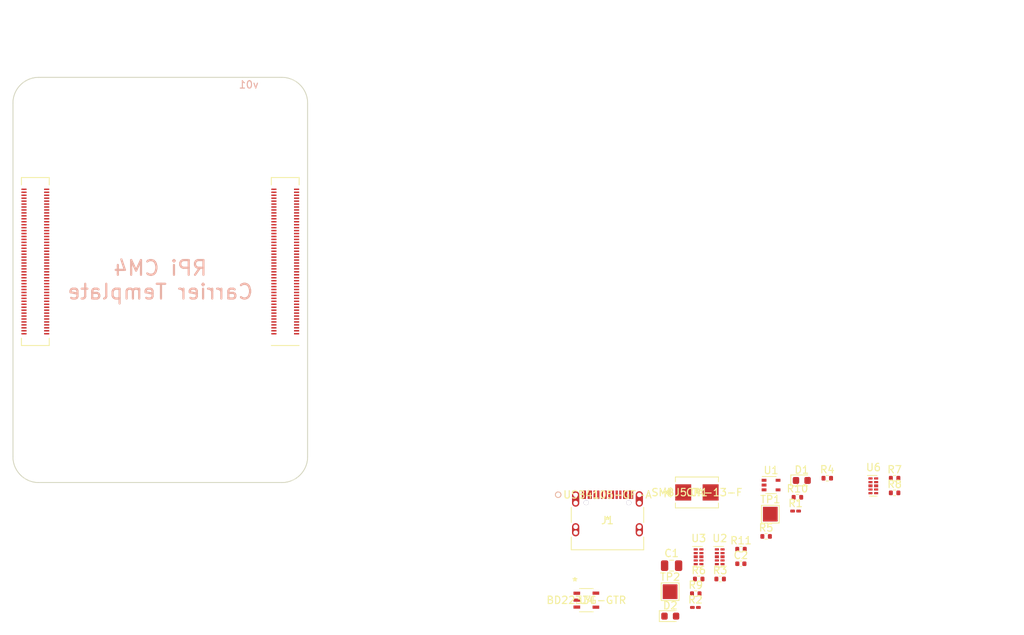
<source format=kicad_pcb>
(kicad_pcb (version 20211014) (generator pcbnew)
  (title_block (title "Raspberry Pi Compute Module 4 Carrier Template") (date "2020-10-31") (rev "v01") (comment 2 "creativecommons.org/licenses/by/4.0/") (comment 3 "License: CC BY 4.0") (comment 4 "Author: Shawn Hymel"))
  (layers (0 "F.Cu" signal) (31 "B.Cu" signal) (34 "B.Paste" user) (35 "F.Paste" user) (36 "B.SilkS" user "B.Silkscreen") (37 "F.SilkS" user "F.Silkscreen") (38 "B.Mask" user) (39 "F.Mask" user) (44 "Edge.Cuts" user))
  (net 0 "")
  (net 1 "/CM4 GPIO/SD_PWR")
  (net 2 "GND")
  (net 3 "Net-(C2-Pad1)")
  (net 4 "+5V")
  (net 5 "Net-(D1-Pad1)")
  (net 6 "/CM4 GPIO/+3.3v")
  (net 7 "Net-(D2-Pad1)")
  (net 9 "Net-(R1-Pad1)")
  (net 15 "Net-(R2-Pad1)")
  (net 31 "/CM4 GPIO/nLED_Activity")
  (net 76 "+3.3V")
  (net 77 "+1.8V")
  (net 83 "/CM4 GPIO/nPWR_LED")
  (net 158 "Net-(R4-Pad2)")
  (net 159 "Net-(J2-Pad10)")
  (net 160 "/CM4 GPIO/Reserved")
  (net 161 "Net-(J2-Pad9)")
  (net 162 "Net-(J4-Pad1)")
  (net 163 "/CM4 High Speed/USBOTG")
  (net 164 "Net-(R9-Pad1)")
  (net 165 "/CM4 GPIO/ETH_LEDG")
  (net 166 "Net-(R10-Pad1)")
  (net 167 "/CM4 GPIO/ETH_LEDY")
  (net 168 "/CM4 GPIO/SD_PWR_ON")
  (net 169 "/CM4 GPIO/TRD3_P")
  (net 170 "/CM4 GPIO/TRD3_N")
  (net 171 "/CM4 GPIO/TRD2_N")
  (net 172 "/CM4 GPIO/TRD2_P")
  (net 173 "/CM4 GPIO/TRD1_P")
  (net 174 "/CM4 GPIO/TRD1_N")
  (net 175 "/CM4 GPIO/TRD0_N")
  (net 176 "/CM4 GPIO/TRD0_P")
  (net 178 "Net-(U6-Pad1)")
  (net 179 "Net-(U6-Pad2)")
  (net 180 "/CM4 High Speed/USBD_N")
  (net 181 "/CM4 High Speed/USBD_P")
  (footprint "SMBJ5.0A-13-F:SMBJ5.0A-13-F" (layer "F.Cu") (at 219.338001 134.84)
    (fp_text reference "CR1" (at 0 0) (layer "F.SilkS"))
    (fp_text value "SMBJ5.0A-13-F" (at 0 0) (layer "F.SilkS"))
    (fp_text user "*" (at 0 0) (layer "F.SilkS"))
    (fp_line (start 2.922001 2.097) (end 2.922001 1.43774) (layer "F.SilkS") (width 0.12))
    (fp_line (start -2.922001 1.43774) (end -2.922001 2.097) (layer "F.SilkS") (width 0.12))
    (fp_line (start -4.319001 0) (end -3.557001 -0.254) (layer "F.SilkS") (width 0.12))
    (fp_line (start -4.319001 0) (end -3.557001 -0.635) (layer "F.SilkS") (width 0.12))
    (fp_line (start -4.319001 0) (end -3.557001 -0.508) (layer "F.SilkS") (width 0.12))
    (fp_line (start -4.319001 -0.635) (end -4.319001 0.635) (layer "F.SilkS") (width 0.12))
    (fp_line (start -4.319001 0) (end -3.557001 0.127) (layer "F.SilkS") (width 0.12))
    (fp_line (start -4.319001 0) (end -3.557001 0.254) (layer "F.SilkS") (width 0.12))
    (fp_line (start -4.319001 0) (end -3.557001 0.508) (layer "F.SilkS") (width 0.12))
    (fp_line (start -4.319001 0) (end -3.557001 0.381) (layer "F.SilkS") (width 0.12))
    (fp_line (start -2.922001 2.097) (end 2.922001 2.097) (layer "F.SilkS") (width 0.12))
    (fp_line (start -4.319001 0) (end -3.557001 -0.381) (layer "F.SilkS") (width 0.12))
    (fp_line (start -2.922001 -2.097) (end -2.922001 -1.43774) (layer "F.SilkS") (width 0.12))
    (fp_line (start 2.922001 -2.097) (end -2.922001 -2.097) (layer "F.SilkS") (width 0.12))
    (fp_line (start -3.303001 0) (end -4.573001 0) (layer "F.SilkS") (width 0.12))
    (fp_line (start -4.319001 0) (end -3.557001 -0.127) (layer "F.SilkS") (width 0.12))
    (fp_line (start 2.922001 -1.43774) (end 2.922001 -2.097) (layer "F.SilkS") (width 0.12))
    (fp_line (start -3.557001 -0.635) (end -3.557001 0.635) (layer "F.SilkS") (width 0.12))
    (fp_line (start -4.319001 0) (end -3.557001 0.635) (layer "F.SilkS") (width 0.12))
    (pad "1" smd rect locked (at -1.86 0 90) (size 2.21 2.169999) (layers "F.Cu" "F.Paste" "F.Mask") (net 4 "+5V"))
    (pad "2" smd rect locked (at 1.86 0 90) (size 2.21 2.169999) (layers "F.Cu" "F.Paste" "F.Mask") (net 2 "GND"))
  )
  (footprint "Resistor_SMD:R_0402_1005Metric" (layer "F.Cu") (at 232.98 135.5)
    (fp_text reference "R10" (at 0 -1.17) (layer "F.SilkS"))
    (fp_text value "470R")
    (fp_line (start -0.153641 0.38) (end 0.153641 0.38) (layer "F.SilkS") (width 0.12))
    (fp_line (start -0.153641 -0.38) (end 0.153641 -0.38) (layer "F.SilkS") (width 0.12))
    (pad "1" smd roundrect (at -0.51 0) (size 0.54 0.64) (layers "F.Cu" "F.Paste" "F.Mask") (net 166 "Net-(R10-Pad1)"))
    (pad "2" smd roundrect (at 0.51 0) (size 0.54 0.64) (layers "F.Cu" "F.Paste" "F.Mask") (net 167 "/CM4 GPIO/ETH_LEDY"))
  )
  (footprint "Resistor_SMD:R_0402_1005Metric" (layer "F.Cu") (at 228.73 140.81)
    (fp_text reference "R5" (at 0 -1.17) (layer "F.SilkS"))
    (fp_text value "nf")
    (fp_line (start -0.153641 0.38) (end 0.153641 0.38) (layer "F.SilkS") (width 0.12))
    (fp_line (start -0.153641 -0.38) (end 0.153641 -0.38) (layer "F.SilkS") (width 0.12))
    (pad "1" smd roundrect (at -0.51 0) (size 0.54 0.64) (layers "F.Cu" "F.Paste" "F.Mask") (net 6 "/CM4 GPIO/+3.3v"))
    (pad "2" smd roundrect (at 0.51 0) (size 0.54 0.64) (layers "F.Cu" "F.Paste" "F.Mask") (net 159 "Net-(J2-Pad10)"))
  )
  (footprint "Resistor_SMD:R_0402_1005Metric" (layer "F.Cu") (at 237.03 132.91)
    (fp_text reference "R4" (at 0 -1.17) (layer "F.SilkS"))
    (fp_text value "1k")
    (fp_line (start -0.153641 -0.38) (end 0.153641 -0.38) (layer "F.SilkS") (width 0.12))
    (fp_line (start -0.153641 0.38) (end 0.153641 0.38) (layer "F.SilkS") (width 0.12))
    (pad "1" smd roundrect (at -0.51 0) (size 0.54 0.64) (layers "F.Cu" "F.Paste" "F.Mask") (net 7 "Net-(D2-Pad1)"))
    (pad "2" smd roundrect (at 0.51 0) (size 0.54 0.64) (layers "F.Cu" "F.Paste" "F.Mask") (net 158 "Net-(R4-Pad2)"))
  )
  (footprint "BD2233G-GTR:BD2233G-GTR" (layer "F.Cu") (at 204.3314 149.4638)
    (fp_text reference "U4" (at 0 0) (layer "F.SilkS"))
    (fp_text value "BD2233G-GTR" (at 0 0) (layer "F.SilkS"))
    (fp_text user "*" (at -1.5494 -2.5146) (layer "F.SilkS"))
    (fp_text user "*" (at -1.5494 -2.5146) (layer "F.SilkS"))
    (fp_line (start 0.9271 -1.5748) (end -0.9271 -1.5748) (layer "F.SilkS") (width 0.12))
    (fp_line (start 0.9271 0.40386) (end 0.9271 -0.40386) (layer "F.SilkS") (width 0.12))
    (fp_line (start -0.9271 1.5748) (end 0.9271 1.5748) (layer "F.SilkS") (width 0.12))
    (pad "1" smd rect locked (at -1.2954 -0.9398) (size 0.903199 0.4318) (layers "F.Cu" "F.Paste" "F.Mask") (net 6 "/CM4 GPIO/+3.3v"))
    (pad "2" smd rect locked (at -1.2954 0) (size 0.903199 0.4318) (layers "F.Cu" "F.Paste" "F.Mask") (net 2 "GND"))
    (pad "3" smd rect locked (at -1.2954 0.9398) (size 0.903199 0.4318) (layers "F.Cu" "F.Paste" "F.Mask") (net 168 "/CM4 GPIO/SD_PWR_ON"))
    (pad "4" smd rect locked (at 1.2954 0.9525) (size 0.903199 0.4318) (layers "F.Cu" "F.Paste" "F.Mask"))
    (pad "5" smd rect locked (at 1.2954 -0.9525) (size 0.903199 0.4318) (layers "F.Cu" "F.Paste" "F.Mask") (net 1 "/CM4 GPIO/SD_PWR"))
  )
  (footprint "Package_SON:USON-10_2.5x1.0mm_P0.5mm" (layer "F.Cu") (at 243.28 133.94)
    (fp_text reference "U6" (at 0.01829 -2.5) (layer "F.SilkS"))
    (fp_text value "D3V3F4U10LP-7")
    (fp_line (start 0.5 1.4) (end -0.5 1.4) (layer "F.SilkS") (width 0.12))
    (fp_line (start 0.5 -1.4) (end -0.8 -1.4) (layer "F.SilkS") (width 0.12))
    (pad "1" smd rect (at -0.385 -1 270) (size 0.3 0.55) (layers "F.Cu" "F.Paste" "F.Mask") (net 178 "Net-(U6-Pad1)"))
    (pad "2" smd rect (at -0.385 -0.5 270) (size 0.3 0.55) (layers "F.Cu" "F.Paste" "F.Mask") (net 179 "Net-(U6-Pad2)"))
    (pad "3" smd rect (at -0.385 0 270) (size 0.4 0.55) (layers "F.Cu" "F.Paste" "F.Mask") (net 2 "GND"))
    (pad "4" smd rect (at -0.385 0.5 270) (size 0.3 0.55) (layers "F.Cu" "F.Paste" "F.Mask") (net 180 "/CM4 High Speed/USBD_N"))
    (pad "5" smd rect (at -0.385 1 270) (size 0.3 0.55) (layers "F.Cu" "F.Paste" "F.Mask") (net 181 "/CM4 High Speed/USBD_P"))
    (pad "6" smd rect (at 0.385 1 270) (size 0.3 0.55) (layers "F.Cu" "F.Paste" "F.Mask") (net 181 "/CM4 High Speed/USBD_P"))
    (pad "7" smd rect (at 0.385 0.5 270) (size 0.3 0.55) (layers "F.Cu" "F.Paste" "F.Mask") (net 180 "/CM4 High Speed/USBD_N"))
    (pad "8" smd rect (at 0.385 0 270) (size 0.4 0.55) (layers "F.Cu" "F.Paste" "F.Mask") (net 2 "GND"))
    (pad "9" smd rect (at 0.385 -0.5 270) (size 0.3 0.55) (layers "F.Cu" "F.Paste" "F.Mask") (net 179 "Net-(U6-Pad2)"))
    (pad "10" smd rect (at 0.385 -1 270) (size 0.3 0.55) (layers "F.Cu" "F.Paste" "F.Mask") (net 178 "Net-(U6-Pad1)"))
  )
  (footprint "TestPoint:TestPoint_Pad_2.0x2.0mm" (layer "F.Cu") (at 229.3 137.79)
    (fp_text reference "TP1" (at 0 -1.998) (layer "F.SilkS"))
    (fp_text value "TestPoint")
    (fp_line (start 1.2 1.2) (end -1.2 1.2) (layer "F.SilkS") (width 0.12))
    (fp_line (start -1.2 1.2) (end -1.2 -1.2) (layer "F.SilkS") (width 0.12))
    (fp_line (start 1.2 -1.2) (end 1.2 1.2) (layer "F.SilkS") (width 0.12))
    (fp_line (start -1.2 -1.2) (end 1.2 -1.2) (layer "F.SilkS") (width 0.12))
    (pad "1" smd rect (at 0 0) (size 2 2) (layers "F.Cu" "F.Mask") (net 5 "Net-(D1-Pad1)"))
  )
  (footprint "Capacitor_SMD:C_0402_1005Metric" (layer "F.Cu") (at 225.3 144.52)
    (fp_text reference "C2" (at 0 -1.16) (layer "F.SilkS"))
    (fp_text value "100n")
    (fp_line (start -0.107836 -0.36) (end 0.107836 -0.36) (layer "F.SilkS") (width 0.12))
    (fp_line (start -0.107836 0.36) (end 0.107836 0.36) (layer "F.SilkS") (width 0.12))
    (pad "1" smd roundrect (at -0.48 0) (size 0.56 0.62) (layers "F.Cu" "F.Paste" "F.Mask") (net 3 "Net-(C2-Pad1)"))
    (pad "2" smd roundrect (at 0.48 0) (size 0.56 0.62) (layers "F.Cu" "F.Paste" "F.Mask") (net 2 "GND"))
  )
  (footprint "LED_SMD:LED_0603_1608Metric" (layer "F.Cu") (at 215.72 151.63)
    (fp_text reference "D2" (at 0 -1.43) (layer "F.SilkS"))
    (fp_text value "LED Red")
    (fp_line (start -1.485 -0.735) (end -1.485 0.735) (layer "F.SilkS") (width 0.12))
    (fp_line (start -1.485 0.735) (end 0.8 0.735) (layer "F.SilkS") (width 0.12))
    (fp_line (start 0.8 -0.735) (end -1.485 -0.735) (layer "F.SilkS") (width 0.12))
    (pad "1" smd roundrect (at -0.7875 0) (size 0.875 0.95) (layers "F.Cu" "F.Paste" "F.Mask") (net 7 "Net-(D2-Pad1)"))
    (pad "2" smd roundrect (at 0.7875 0) (size 0.875 0.95) (layers "F.Cu" "F.Paste" "F.Mask") (net 6 "/CM4 GPIO/+3.3v"))
  )
  (footprint "Resistor_SMD:R_0201_0603Metric_Pad0.64x0.40mm_HandSolder" (layer "F.Cu") (at 219.13 150.45)
    (fp_text reference "R2" (at 0 -1.05) (layer "F.SilkS"))
    (fp_text value "5.1k")
    (pad "1" smd roundrect (at -0.4075 0) (size 0.635 0.4) (layers "F.Cu" "F.Mask") (net 15 "Net-(R2-Pad1)"))
    (pad "2" smd roundrect (at 0.4075 0) (size 0.635 0.4) (layers "F.Cu" "F.Mask") (net 2 "GND"))
  )
  (footprint "Resistor_SMD:R_0201_0603Metric_Pad0.64x0.40mm_HandSolder" (layer "F.Cu") (at 232.73 137.37)
    (fp_text reference "R1" (at 0 -1.05) (layer "F.SilkS"))
    (fp_text value "5.1k")
    (pad "1" smd roundrect (at -0.4075 0) (size 0.635 0.4) (layers "F.Cu" "F.Mask") (net 9 "Net-(R1-Pad1)"))
    (pad "2" smd roundrect (at 0.4075 0) (size 0.635 0.4) (layers "F.Cu" "F.Mask") (net 2 "GND"))
  )
  (footprint "Package_TO_SOT_SMD:SOT-353_SC-70-5" (layer "F.Cu") (at 229.4 133.84)
    (fp_text reference "U1" (at 0 -2) (layer "F.SilkS"))
    (fp_text value "74LVC1G07QW5-7")
    (fp_line (start -0.7 1.16) (end 0.7 1.16) (layer "F.SilkS") (width 0.12))
    (fp_line (start 0.7 -1.16) (end -1.2 -1.16) (layer "F.SilkS") (width 0.12))
    (pad "1" smd rect (at -0.95 -0.65) (size 0.65 0.4) (layers "F.Cu" "F.Paste" "F.Mask"))
    (pad "2" smd rect (at -0.95 0) (size 0.65 0.4) (layers "F.Cu" "F.Paste" "F.Mask") (net 83 "/CM4 GPIO/nPWR_LED"))
    (pad "3" smd rect (at -0.95 0.65) (size 0.65 0.4) (layers "F.Cu" "F.Paste" "F.Mask") (net 2 "GND"))
    (pad "4" smd rect (at 0.95 0.65) (size 0.65 0.4) (layers "F.Cu" "F.Paste" "F.Mask") (net 158 "Net-(R4-Pad2)"))
    (pad "5" smd rect (at 0.95 -0.65) (size 0.65 0.4) (layers "F.Cu" "F.Paste" "F.Mask") (net 6 "/CM4 GPIO/+3.3v"))
  )
  (footprint "Resistor_SMD:R_0402_1005Metric" (layer "F.Cu") (at 225.32 142.54)
    (fp_text reference "R11" (at 0 -1.17) (layer "F.SilkS"))
    (fp_text value "12K 1%")
    (fp_line (start -0.153641 0.38) (end 0.153641 0.38) (layer "F.SilkS") (width 0.12))
    (fp_line (start -0.153641 -0.38) (end 0.153641 -0.38) (layer "F.SilkS") (width 0.12))
    (pad "1" smd roundrect (at -0.51 0) (size 0.54 0.64) (layers "F.Cu" "F.Paste" "F.Mask") (net 6 "/CM4 GPIO/+3.3v"))
    (pad "2" smd roundrect (at 0.51 0) (size 0.54 0.64) (layers "F.Cu" "F.Paste" "F.Mask") (net 168 "/CM4 GPIO/SD_PWR_ON"))
  )
  (footprint "Resistor_SMD:R_0402_1005Metric" (layer "F.Cu") (at 219.58 146.59)
    (fp_text reference "R6" (at 0 -1.17) (layer "F.SilkS"))
    (fp_text value "nf")
    (fp_line (start -0.153641 -0.38) (end 0.153641 -0.38) (layer "F.SilkS") (width 0.12))
    (fp_line (start -0.153641 0.38) (end 0.153641 0.38) (layer "F.SilkS") (width 0.12))
    (pad "1" smd roundrect (at -0.51 0) (size 0.54 0.64) (layers "F.Cu" "F.Paste" "F.Mask") (net 160 "/CM4 GPIO/Reserved"))
    (pad "2" smd roundrect (at 0.51 0) (size 0.54 0.64) (layers "F.Cu" "F.Paste" "F.Mask") (net 161 "Net-(J2-Pad9)"))
  )
  (footprint "Package_SON:USON-10_2.5x1.0mm_P0.5mm" (layer "F.Cu") (at 222.43 143.57)
    (fp_text reference "U2" (at 0.01829 -2.5) (layer "F.SilkS"))
    (fp_text value "TPD4EUSB30")
    (fp_line (start 0.5 -1.4) (end -0.8 -1.4) (layer "F.SilkS") (width 0.12))
    (fp_line (start 0.5 1.4) (end -0.5 1.4) (layer "F.SilkS") (width 0.12))
    (pad "1" smd rect (at -0.385 -1 270) (size 0.3 0.55) (layers "F.Cu" "F.Paste" "F.Mask") (net 169 "/CM4 GPIO/TRD3_P"))
    (pad "2" smd rect (at -0.385 -0.5 270) (size 0.3 0.55) (layers "F.Cu" "F.Paste" "F.Mask") (net 170 "/CM4 GPIO/TRD3_N"))
    (pad "3" smd rect (at -0.385 0 270) (size 0.4 0.55) (layers "F.Cu" "F.Paste" "F.Mask") (net 2 "GND"))
    (pad "4" smd rect (at -0.385 0.5 270) (size 0.3 0.55) (layers "F.Cu" "F.Paste" "F.Mask") (net 171 "/CM4 GPIO/TRD2_N"))
    (pad "5" smd rect (at -0.385 1 270) (size 0.3 0.55) (layers "F.Cu" "F.Paste" "F.Mask") (net 172 "/CM4 GPIO/TRD2_P"))
    (pad "6" smd rect (at 0.385 1 270) (size 0.3 0.55) (layers "F.Cu" "F.Paste" "F.Mask") (net 172 "/CM4 GPIO/TRD2_P"))
    (pad "7" smd rect (at 0.385 0.5 270) (size 0.3 0.55) (layers "F.Cu" "F.Paste" "F.Mask") (net 171 "/CM4 GPIO/TRD2_N"))
    (pad "8" smd rect (at 0.385 0 270) (size 0.4 0.55) (layers "F.Cu" "F.Paste" "F.Mask") (net 2 "GND"))
    (pad "9" smd rect (at 0.385 -0.5 270) (size 0.3 0.55) (layers "F.Cu" "F.Paste" "F.Mask") (net 170 "/CM4 GPIO/TRD3_N"))
    (pad "10" smd rect (at 0.385 -1 270) (size 0.3 0.55) (layers "F.Cu" "F.Paste" "F.Mask") (net 169 "/CM4 GPIO/TRD3_P"))
  )
  (footprint "Capacitor_SMD:C_0805_2012Metric" (layer "F.Cu") (at 215.9 144.78)
    (fp_text reference "C1" (at 0 -1.68) (layer "F.SilkS"))
    (fp_text value "10u")
    (fp_line (start -0.261252 0.735) (end 0.261252 0.735) (layer "F.SilkS") (width 0.12))
    (fp_line (start -0.261252 -0.735) (end 0.261252 -0.735) (layer "F.SilkS") (width 0.12))
    (pad "1" smd roundrect (at -0.95 0) (size 1 1.45) (layers "F.Cu" "F.Paste" "F.Mask") (net 1 "/CM4 GPIO/SD_PWR"))
    (pad "2" smd roundrect (at 0.95 0) (size 1 1.45) (layers "F.Cu" "F.Paste" "F.Mask") (net 2 "GND"))
  )
  (footprint "Resistor_SMD:R_0402_1005Metric" (layer "F.Cu") (at 246.17 134.9)
    (fp_text reference "R8" (at 0 -1.17) (layer "F.SilkS"))
    (fp_text value "2.2K 1%")
    (fp_line (start -0.153641 0.38) (end 0.153641 0.38) (layer "F.SilkS") (width 0.12))
    (fp_line (start -0.153641 -0.38) (end 0.153641 -0.38) (layer "F.SilkS") (width 0.12))
    (pad "1" smd roundrect (at -0.51 0) (size 0.54 0.64) (layers "F.Cu" "F.Paste" "F.Mask") (net 163 "/CM4 High Speed/USBOTG"))
    (pad "2" smd roundrect (at 0.51 0) (size 0.54 0.64) (layers "F.Cu" "F.Paste" "F.Mask") (net 2 "GND"))
  )
  (footprint "Resistor_SMD:R_0402_1005Metric" (layer "F.Cu") (at 219.18 148.58)
    (fp_text reference "R9" (at 0 -1.17) (layer "F.SilkS"))
    (fp_text value "470R")
    (fp_line (start -0.153641 -0.38) (end 0.153641 -0.38) (layer "F.SilkS") (width 0.12))
    (fp_line (start -0.153641 0.38) (end 0.153641 0.38) (layer "F.SilkS") (width 0.12))
    (pad "1" smd roundrect (at -0.51 0) (size 0.54 0.64) (layers "F.Cu" "F.Paste" "F.Mask") (net 164 "Net-(R9-Pad1)"))
    (pad "2" smd roundrect (at 0.51 0) (size 0.54 0.64) (layers "F.Cu" "F.Paste" "F.Mask") (net 165 "/CM4 GPIO/ETH_LEDG"))
  )
  (footprint "Package_SON:USON-10_2.5x1.0mm_P0.5mm" (layer "F.Cu") (at 219.56 143.57)
    (fp_text reference "U3" (at 0.01829 -2.5) (layer "F.SilkS"))
    (fp_text value "D3V3F4U10LP-7")
    (fp_line (start 0.5 1.4) (end -0.5 1.4) (layer "F.SilkS") (width 0.12))
    (fp_line (start 0.5 -1.4) (end -0.8 -1.4) (layer "F.SilkS") (width 0.12))
    (pad "1" smd rect (at -0.385 -1 270) (size 0.3 0.55) (layers "F.Cu" "F.Paste" "F.Mask") (net 173 "/CM4 GPIO/TRD1_P"))
    (pad "2" smd rect (at -0.385 -0.5 270) (size 0.3 0.55) (layers "F.Cu" "F.Paste" "F.Mask") (net 174 "/CM4 GPIO/TRD1_N"))
    (pad "3" smd rect (at -0.385 0 270) (size 0.4 0.55) (layers "F.Cu" "F.Paste" "F.Mask") (net 2 "GND"))
    (pad "4" smd rect (at -0.385 0.5 270) (size 0.3 0.55) (layers "F.Cu" "F.Paste" "F.Mask") (net 175 "/CM4 GPIO/TRD0_N"))
    (pad "5" smd rect (at -0.385 1 270) (size 0.3 0.55) (layers "F.Cu" "F.Paste" "F.Mask") (net 176 "/CM4 GPIO/TRD0_P"))
    (pad "6" smd rect (at 0.385 1 270) (size 0.3 0.55) (layers "F.Cu" "F.Paste" "F.Mask") (net 176 "/CM4 GPIO/TRD0_P"))
    (pad "7" smd rect (at 0.385 0.5 270) (size 0.3 0.55) (layers "F.Cu" "F.Paste" "F.Mask") (net 175 "/CM4 GPIO/TRD0_N"))
    (pad "8" smd rect (at 0.385 0 270) (size 0.4 0.55) (layers "F.Cu" "F.Paste" "F.Mask") (net 2 "GND"))
    (pad "9" smd rect (at 0.385 -0.5 270) (size 0.3 0.55) (layers "F.Cu" "F.Paste" "F.Mask") (net 174 "/CM4 GPIO/TRD1_N"))
    (pad "10" smd rect (at 0.385 -1 270) (size 0.3 0.55) (layers "F.Cu" "F.Paste" "F.Mask") (net 173 "/CM4 GPIO/TRD1_P"))
  )
  (footprint "Resistor_SMD:R_0402_1005Metric" (layer "F.Cu") (at 246.17 132.91)
    (fp_text reference "R7" (at 0 -1.17) (layer "F.SilkS"))
    (fp_text value "2.2K 1%")
    (fp_line (start -0.153641 0.38) (end 0.153641 0.38) (layer "F.SilkS") (width 0.12))
    (fp_line (start -0.153641 -0.38) (end 0.153641 -0.38) (layer "F.SilkS") (width 0.12))
    (pad "1" smd roundrect (at -0.51 0) (size 0.54 0.64) (layers "F.Cu" "F.Paste" "F.Mask") (net 162 "Net-(J4-Pad1)"))
    (pad "2" smd roundrect (at 0.51 0) (size 0.54 0.64) (layers "F.Cu" "F.Paste" "F.Mask") (net 163 "/CM4 High Speed/USBOTG"))
  )
  (footprint "LED_SMD:LED_0603_1608Metric" (layer "F.Cu") (at 233.57 133.21)
    (fp_text reference "D1" (at 0 -1.43) (layer "F.SilkS"))
    (fp_text value "LED Green")
    (fp_line (start 0.8 -0.735) (end -1.485 -0.735) (layer "F.SilkS") (width 0.12))
    (fp_line (start -1.485 -0.735) (end -1.485 0.735) (layer "F.SilkS") (width 0.12))
    (fp_line (start -1.485 0.735) (end 0.8 0.735) (layer "F.SilkS") (width 0.12))
    (pad "1" smd roundrect (at -0.7875 0) (size 0.875 0.95) (layers "F.Cu" "F.Paste" "F.Mask") (net 5 "Net-(D1-Pad1)"))
    (pad "2" smd roundrect (at 0.7875 0) (size 0.875 0.95) (layers "F.Cu" "F.Paste" "F.Mask") (net 6 "/CM4 GPIO/+3.3v"))
  )
  (footprint "Resistor_SMD:R_0402_1005Metric" (layer "F.Cu") (at 222.49 146.59)
    (fp_text reference "R3" (at 0 -1.17) (layer "F.SilkS"))
    (fp_text value "1k")
    (fp_line (start -0.153641 -0.38) (end 0.153641 -0.38) (layer "F.SilkS") (width 0.12))
    (fp_line (start -0.153641 0.38) (end 0.153641 0.38) (layer "F.SilkS") (width 0.12))
    (pad "1" smd roundrect (at -0.51 0) (size 0.54 0.64) (layers "F.Cu" "F.Paste" "F.Mask") (net 5 "Net-(D1-Pad1)"))
    (pad "2" smd roundrect (at 0.51 0) (size 0.54 0.64) (layers "F.Cu" "F.Paste" "F.Mask") (net 31 "/CM4 GPIO/nLED_Activity"))
  )
  (footprint "CM4IO:Raspberry-Pi-4-Compute-Module" (layer "F.Cu") (at 163 82 180)
    (fp_text reference "Module1" hide)
    (fp_text value "ComputeModule4-CM4")
    (fp_line (start 31.57 -32.9) (end 31.57 -31.9) (layer "F.SilkS") (width 0.12))
    (fp_line (start 35.35 -10.1) (end 35.35 -11.1) (layer "F.SilkS") (width 0.12))
    (fp_line (start 1.43 -10.1) (end 1.43 -11.1) (layer "F.SilkS") (width 0.12))
    (fp_line (start -2.35 -10.1) (end -2.35 -11.1) (layer "F.SilkS") (width 0.12))
    (fp_line (start -3.5 -48) (end -3.5 0) (layer "F.SilkS") (width 0.12))
    (fp_line (start 31.57 -32.9) (end 35.35 -32.9) (layer "F.SilkS") (width 0.12))
    (fp_line (start -2.35 -32.9) (end 1.43 -32.9) (layer "F.SilkS") (width 0.12))
    (fp_line (start 31.57 -10.1) (end 31.57 -11.1) (layer "F.SilkS") (width 0.12))
    (fp_line (start 35.35 -32.9) (end 35.35 -31.9) (layer "F.SilkS") (width 0.12))
    (fp_line (start 31.57 -10.1) (end 35.35 -10.1) (layer "F.SilkS") (width 0.12))
    (fp_line (start 36.5 0) (end 36.5 -48) (layer "F.SilkS") (width 0.12))
    (fp_line (start -2.35 -10.1) (end 1.43 -10.1) (layer "F.SilkS") (width 0.12))
    (fp_line (start 0 3.5) (end 33 3.5) (layer "F.SilkS") (width 0.12))
    (fp_line (start 33 -51.5) (end 0 -51.5) (layer "F.SilkS") (width 0.12))
    (fp_arc (start 36.5 0) (mid 35.474874 2.474874) (end 33 3.5) (layer "F.SilkS") (width 0.12))
    (fp_arc (start -3.5 -48) (mid -2.474874 -50.474874) (end 0 -51.5) (layer "F.SilkS") (width 0.12))
    (fp_arc (start 0 3.5) (mid -2.474874 2.474874) (end -3.5 0) (layer "F.SilkS") (width 0.12))
    (fp_arc (start 33 -51.5) (mid 35.474874 -50.474874) (end 36.5 -48) (layer "F.SilkS") (width 0.12))
    (pad "" np_thru_hole circle locked (at 0 0 180) (size 2.7 2.7) (drill 2.7) (layers *.Cu *.Mask) (clearance 1.7))
    (pad "" np_thru_hole circle locked (at 33 -48 180) (size 2.7 2.7) (drill 2.7) (layers *.Cu *.Mask) (clearance 1.7))
    (pad "" np_thru_hole circle locked (at 33 0 180) (size 2.7 2.7) (drill 2.7) (layers *.Cu *.Mask) (clearance 1.7))
    (pad "" np_thru_hole circle locked (at 0 -48 180) (size 2.7 2.7) (drill 2.7) (layers *.Cu *.Mask) (clearance 1.7))
    (pad "1" smd rect locked (at -2 -31.3 90) (size 0.2 0.7) (layers "F.Cu" "F.Paste" "F.Mask") (net 2 "GND"))
    (pad "2" smd rect locked (at 1.08 -31.3 90) (size 0.2 0.7) (layers "F.Cu" "F.Paste" "F.Mask") (net 2 "GND"))
    (pad "3" smd rect locked (at -2 -30.9 90) (size 0.2 0.7) (layers "F.Cu" "F.Paste" "F.Mask"))
    (pad "4" smd rect locked (at 1.08 -30.9 90) (size 0.2 0.7) (layers "F.Cu" "F.Paste" "F.Mask"))
    (pad "5" smd rect locked (at -2 -30.5 90) (size 0.2 0.7) (layers "F.Cu" "F.Paste" "F.Mask"))
    (pad "6" smd rect locked (at 1.08 -30.5 90) (size 0.2 0.7) (layers "F.Cu" "F.Paste" "F.Mask"))
    (pad "7" smd rect locked (at -2 -30.1 90) (size 0.2 0.7) (layers "F.Cu" "F.Paste" "F.Mask") (net 2 "GND"))
    (pad "8" smd rect locked (at 1.08 -30.1 90) (size 0.2 0.7) (layers "F.Cu" "F.Paste" "F.Mask") (net 2 "GND"))
    (pad "9" smd rect locked (at -2 -29.7 90) (size 0.2 0.7) (layers "F.Cu" "F.Paste" "F.Mask"))
    (pad "10" smd rect locked (at 1.08 -29.7 90) (size 0.2 0.7) (layers "F.Cu" "F.Paste" "F.Mask"))
    (pad "11" smd rect locked (at -2 -29.3 90) (size 0.2 0.7) (layers "F.Cu" "F.Paste" "F.Mask"))
    (pad "12" smd rect locked (at 1.08 -29.3 90) (size 0.2 0.7) (layers "F.Cu" "F.Paste" "F.Mask"))
    (pad "13" smd rect locked (at -2 -28.9 90) (size 0.2 0.7) (layers "F.Cu" "F.Paste" "F.Mask") (net 2 "GND"))
    (pad "14" smd rect locked (at 1.08 -28.9 90) (size 0.2 0.7) (layers "F.Cu" "F.Paste" "F.Mask") (net 2 "GND"))
    (pad "15" smd rect locked (at -2 -28.5 90) (size 0.2 0.7) (layers "F.Cu" "F.Paste" "F.Mask"))
    (pad "16" smd rect locked (at 1.08 -28.5 90) (size 0.2 0.7) (layers "F.Cu" "F.Paste" "F.Mask"))
    (pad "17" smd rect locked (at -2 -28.1 90) (size 0.2 0.7) (layers "F.Cu" "F.Paste" "F.Mask"))
    (pad "18" smd rect locked (at 1.08 -28.1 90) (size 0.2 0.7) (layers "F.Cu" "F.Paste" "F.Mask"))
    (pad "19" smd rect locked (at -2 -27.7 90) (size 0.2 0.7) (layers "F.Cu" "F.Paste" "F.Mask"))
    (pad "20" smd rect locked (at 1.08 -27.7 90) (size 0.2 0.7) (layers "F.Cu" "F.Paste" "F.Mask"))
    (pad "21" smd rect locked (at -2 -27.3 90) (size 0.2 0.7) (layers "F.Cu" "F.Paste" "F.Mask") (net 31 "/CM4 GPIO/nLED_Activity"))
    (pad "22" smd rect locked (at 1.08 -27.3 90) (size 0.2 0.7) (layers "F.Cu" "F.Paste" "F.Mask") (net 2 "GND"))
    (pad "23" smd rect locked (at -2 -26.9 90) (size 0.2 0.7) (layers "F.Cu" "F.Paste" "F.Mask") (net 2 "GND"))
    (pad "24" smd rect locked (at 1.08 -26.9 90) (size 0.2 0.7) (layers "F.Cu" "F.Paste" "F.Mask"))
    (pad "25" smd rect locked (at -2 -26.5 90) (size 0.2 0.7) (layers "F.Cu" "F.Paste" "F.Mask"))
    (pad "26" smd rect locked (at 1.08 -26.5 90) (size 0.2 0.7) (layers "F.Cu" "F.Paste" "F.Mask"))
    (pad "27" smd rect locked (at -2 -26.1 90) (size 0.2 0.7) (layers "F.Cu" "F.Paste" "F.Mask"))
    (pad "28" smd rect locked (at 1.08 -26.1 90) (size 0.2 0.7) (layers "F.Cu" "F.Paste" "F.Mask"))
    (pad "29" smd rect locked (at -2 -25.7 90) (size 0.2 0.7) (layers "F.Cu" "F.Paste" "F.Mask"))
    (pad "30" smd rect locked (at 1.08 -25.7 90) (size 0.2 0.7) (layers "F.Cu" "F.Paste" "F.Mask"))
    (pad "31" smd rect locked (at -2 -25.3 90) (size 0.2 0.7) (layers "F.Cu" "F.Paste" "F.Mask"))
    (pad "32" smd rect locked (at 1.08 -25.3 90) (size 0.2 0.7) (layers "F.Cu" "F.Paste" "F.Mask") (net 2 "GND"))
    (pad "33" smd rect locked (at -2 -24.9 90) (size 0.2 0.7) (layers "F.Cu" "F.Paste" "F.Mask") (net 2 "GND"))
    (pad "34" smd rect locked (at 1.08 -24.9 90) (size 0.2 0.7) (layers "F.Cu" "F.Paste" "F.Mask"))
    (pad "35" smd rect locked (at -2 -24.5 90) (size 0.2 0.7) (layers "F.Cu" "F.Paste" "F.Mask"))
    (pad "36" smd rect locked (at 1.08 -24.5 90) (size 0.2 0.7) (layers "F.Cu" "F.Paste" "F.Mask"))
    (pad "37" smd rect locked (at -2 -24.1 90) (size 0.2 0.7) (layers "F.Cu" "F.Paste" "F.Mask"))
    (pad "38" smd rect locked (at 1.08 -24.1 90) (size 0.2 0.7) (layers "F.Cu" "F.Paste" "F.Mask"))
    (pad "39" smd rect locked (at -2 -23.7 90) (size 0.2 0.7) (layers "F.Cu" "F.Paste" "F.Mask"))
    (pad "40" smd rect locked (at 1.08 -23.7 90) (size 0.2 0.7) (layers "F.Cu" "F.Paste" "F.Mask"))
    (pad "41" smd rect locked (at -2 -23.3 90) (size 0.2 0.7) (layers "F.Cu" "F.Paste" "F.Mask"))
    (pad "42" smd rect locked (at 1.08 -23.3 90) (size 0.2 0.7) (layers "F.Cu" "F.Paste" "F.Mask") (net 2 "GND"))
    (pad "43" smd rect locked (at -2 -22.9 90) (size 0.2 0.7) (layers "F.Cu" "F.Paste" "F.Mask") (net 2 "GND"))
    (pad "44" smd rect locked (at 1.08 -22.9 90) (size 0.2 0.7) (layers "F.Cu" "F.Paste" "F.Mask"))
    (pad "45" smd rect locked (at -2 -22.5 90) (size 0.2 0.7) (layers "F.Cu" "F.Paste" "F.Mask"))
    (pad "46" smd rect locked (at 1.08 -22.5 90) (size 0.2 0.7) (layers "F.Cu" "F.Paste" "F.Mask"))
    (pad "47" smd rect locked (at -2 -22.1 90) (size 0.2 0.7) (layers "F.Cu" "F.Paste" "F.Mask"))
    (pad "48" smd rect locked (at 1.08 -22.1 90) (size 0.2 0.7) (layers "F.Cu" "F.Paste" "F.Mask"))
    (pad "49" smd rect locked (at -2 -21.7 90) (size 0.2 0.7) (layers "F.Cu" "F.Paste" "F.Mask"))
    (pad "50" smd rect locked (at 1.08 -21.7 90) (size 0.2 0.7) (layers "F.Cu" "F.Paste" "F.Mask"))
    (pad "51" smd rect locked (at -2 -21.3 90) (size 0.2 0.7) (layers "F.Cu" "F.Paste" "F.Mask"))
    (pad "52" smd rect locked (at 1.08 -21.3 90) (size 0.2 0.7) (layers "F.Cu" "F.Paste" "F.Mask") (net 2 "GND"))
    (pad "53" smd rect locked (at -2 -20.9 90) (size 0.2 0.7) (layers "F.Cu" "F.Paste" "F.Mask") (net 2 "GND"))
    (pad "54" smd rect locked (at 1.08 -20.9 90) (size 0.2 0.7) (layers "F.Cu" "F.Paste" "F.Mask"))
    (pad "55" smd rect locked (at -2 -20.5 90) (size 0.2 0.7) (layers "F.Cu" "F.Paste" "F.Mask"))
    (pad "56" smd rect locked (at 1.08 -20.5 90) (size 0.2 0.7) (layers "F.Cu" "F.Paste" "F.Mask"))
    (pad "57" smd rect locked (at -2 -20.1 90) (size 0.2 0.7) (layers "F.Cu" "F.Paste" "F.Mask"))
    (pad "58" smd rect locked (at 1.08 -20.1 90) (size 0.2 0.7) (layers "F.Cu" "F.Paste" "F.Mask"))
    (pad "59" smd rect locked (at -2 -19.7 90) (size 0.2 0.7) (layers "F.Cu" "F.Paste" "F.Mask") (net 2 "GND"))
    (pad "60" smd rect locked (at 1.08 -19.7 90) (size 0.2 0.7) (layers "F.Cu" "F.Paste" "F.Mask") (net 2 "GND"))
    (pad "61" smd rect locked (at -2 -19.3 90) (size 0.2 0.7) (layers "F.Cu" "F.Paste" "F.Mask"))
    (pad "62" smd rect locked (at 1.08 -19.3 90) (size 0.2 0.7) (layers "F.Cu" "F.Paste" "F.Mask"))
    (pad "63" smd rect locked (at -2 -18.9 90) (size 0.2 0.7) (layers "F.Cu" "F.Paste" "F.Mask"))
    (pad "64" smd rect locked (at 1.08 -18.9 90) (size 0.2 0.7) (layers "F.Cu" "F.Paste" "F.Mask"))
    (pad "65" smd rect locked (at -2 -18.5 90) (size 0.2 0.7) (layers "F.Cu" "F.Paste" "F.Mask") (net 2 "GND"))
    (pad "66" smd rect locked (at 1.08 -18.5 90) (size 0.2 0.7) (layers "F.Cu" "F.Paste" "F.Mask") (net 2 "GND"))
    (pad "67" smd rect locked (at -2 -18.1 90) (size 0.2 0.7) (layers "F.Cu" "F.Paste" "F.Mask"))
    (pad "68" smd rect locked (at 1.08 -18.1 90) (size 0.2 0.7) (layers "F.Cu" "F.Paste" "F.Mask"))
    (pad "69" smd rect locked (at -2 -17.7 90) (size 0.2 0.7) (layers "F.Cu" "F.Paste" "F.Mask"))
    (pad "70" smd rect locked (at 1.08 -17.7 90) (size 0.2 0.7) (layers "F.Cu" "F.Paste" "F.Mask"))
    (pad "71" smd rect locked (at -2 -17.3 90) (size 0.2 0.7) (layers "F.Cu" "F.Paste" "F.Mask") (net 2 "GND"))
    (pad "72" smd rect locked (at 1.08 -17.3 90) (size 0.2 0.7) (layers "F.Cu" "F.Paste" "F.Mask"))
    (pad "73" smd rect locked (at -2 -16.9 90) (size 0.2 0.7) (layers "F.Cu" "F.Paste" "F.Mask"))
    (pad "74" smd rect locked (at 1.08 -16.9 90) (size 0.2 0.7) (layers "F.Cu" "F.Paste" "F.Mask") (net 2 "GND"))
    (pad "75" smd rect locked (at -2 -16.5 90) (size 0.2 0.7) (layers "F.Cu" "F.Paste" "F.Mask"))
    (pad "76" smd rect locked (at 1.08 -16.5 90) (size 0.2 0.7) (layers "F.Cu" "F.Paste" "F.Mask"))
    (pad "77" smd rect locked (at -2 -16.1 90) (size 0.2 0.7) (layers "F.Cu" "F.Paste" "F.Mask") (net 4 "+5V"))
    (pad "78" smd rect locked (at 1.08 -16.1 90) (size 0.2 0.7) (layers "F.Cu" "F.Paste" "F.Mask"))
    (pad "79" smd rect locked (at -2 -15.7 90) (size 0.2 0.7) (layers "F.Cu" "F.Paste" "F.Mask") (net 4 "+5V"))
    (pad "80" smd rect locked (at 1.08 -15.7 90) (size 0.2 0.7) (layers "F.Cu" "F.Paste" "F.Mask"))
    (pad "81" smd rect locked (at -2 -15.3 90) (size 0.2 0.7) (layers "F.Cu" "F.Paste" "F.Mask") (net 4 "+5V"))
    (pad "82" smd rect locked (at 1.08 -15.3 90) (size 0.2 0.7) (layers "F.Cu" "F.Paste" "F.Mask"))
    (pad "83" smd rect locked (at -2 -14.9 90) (size 0.2 0.7) (layers "F.Cu" "F.Paste" "F.Mask") (net 4 "+5V"))
    (pad "84" smd rect locked (at 1.08 -14.9 90) (size 0.2 0.7) (layers "F.Cu" "F.Paste" "F.Mask") (net 76 "+3.3V"))
    (pad "85" smd rect locked (at -2 -14.5 90) (size 0.2 0.7) (layers "F.Cu" "F.Paste" "F.Mask") (net 4 "+5V"))
    (pad "86" smd rect locked (at 1.08 -14.5 90) (size 0.2 0.7) (layers "F.Cu" "F.Paste" "F.Mask") (net 76 "+3.3V"))
    (pad "87" smd rect locked (at -2 -14.1 90) (size 0.2 0.7) (layers "F.Cu" "F.Paste" "F.Mask") (net 4 "+5V"))
    (pad "88" smd rect locked (at 1.08 -14.1 90) (size 0.2 0.7) (layers "F.Cu" "F.Paste" "F.Mask") (net 77 "+1.8V"))
    (pad "89" smd rect locked (at -2 -13.7 90) (size 0.2 0.7) (layers "F.Cu" "F.Paste" "F.Mask"))
    (pad "90" smd rect locked (at 1.08 -13.7 90) (size 0.2 0.7) (layers "F.Cu" "F.Paste" "F.Mask") (net 77 "+1.8V"))
    (pad "91" smd rect locked (at -2 -13.3 90) (size 0.2 0.7) (layers "F.Cu" "F.Paste" "F.Mask"))
    (pad "92" smd rect locked (at 1.08 -13.3 90) (size 0.2 0.7) (layers "F.Cu" "F.Paste" "F.Mask"))
    (pad "93" smd rect locked (at -2 -12.9 90) (size 0.2 0.7) (layers "F.Cu" "F.Paste" "F.Mask"))
    (pad "94" smd rect locked (at 1.08 -12.9 90) (size 0.2 0.7) (layers "F.Cu" "F.Paste" "F.Mask"))
    (pad "95" smd rect locked (at -2 -12.5 90) (size 0.2 0.7) (layers "F.Cu" "F.Paste" "F.Mask") (net 83 "/CM4 GPIO/nPWR_LED"))
    (pad "96" smd rect locked (at 1.08 -12.5 90) (size 0.2 0.7) (layers "F.Cu" "F.Paste" "F.Mask"))
    (pad "97" smd rect locked (at -2 -12.1 90) (size 0.2 0.7) (layers "F.Cu" "F.Paste" "F.Mask"))
    (pad "98" smd rect locked (at 1.08 -12.1 90) (size 0.2 0.7) (layers "F.Cu" "F.Paste" "F.Mask") (net 2 "GND"))
    (pad "99" smd rect locked (at -2 -11.7 90) (size 0.2 0.7) (layers "F.Cu" "F.Paste" "F.Mask"))
    (pad "100" smd rect locked (at 1.08 -11.7 90) (size 0.2 0.7) (layers "F.Cu" "F.Paste" "F.Mask"))
    (pad "101" smd rect locked (at 31.92 -31.3 90) (size 0.2 0.7) (layers "F.Cu" "F.Paste" "F.Mask"))
    (pad "102" smd rect locked (at 35 -31.3 90) (size 0.2 0.7) (layers "F.Cu" "F.Paste" "F.Mask"))
    (pad "103" smd rect locked (at 31.92 -30.9 90) (size 0.2 0.7) (layers "F.Cu" "F.Paste" "F.Mask"))
    (pad "104" smd rect locked (at 35 -30.9 90) (size 0.2 0.7) (layers "F.Cu" "F.Paste" "F.Mask"))
    (pad "105" smd rect locked (at 31.92 -30.5 90) (size 0.2 0.7) (layers "F.Cu" "F.Paste" "F.Mask"))
    (pad "106" smd rect locked (at 35 -30.5 90) (size 0.2 0.7) (layers "F.Cu" "F.Paste" "F.Mask"))
    (pad "107" smd rect locked (at 31.92 -30.1 90) (size 0.2 0.7) (layers "F.Cu" "F.Paste" "F.Mask") (net 2 "GND"))
    (pad "108" smd rect locked (at 35 -30.1 90) (size 0.2 0.7) (layers "F.Cu" "F.Paste" "F.Mask") (net 2 "GND"))
    (pad "109" smd rect locked (at 31.92 -29.7 90) (size 0.2 0.7) (layers "F.Cu" "F.Paste" "F.Mask"))
    (pad "110" smd rect locked (at 35 -29.7 90) (size 0.2 0.7) (layers "F.Cu" "F.Paste" "F.Mask"))
    (pad "111" smd rect locked (at 31.92 -29.3 90) (size 0.2 0.7) (layers "F.Cu" "F.Paste" "F.Mask"))
    (pad "112" smd rect locked (at 35 -29.3 90) (size 0.2 0.7) (layers "F.Cu" "F.Paste" "F.Mask"))
    (pad "113" smd rect locked (at 31.92 -28.9 90) (size 0.2 0.7) (layers "F.Cu" "F.Paste" "F.Mask") (net 2 "GND"))
    (pad "114" smd rect locked (at 35 -28.9 90) (size 0.2 0.7) (layers "F.Cu" "F.Paste" "F.Mask") (net 2 "GND"))
    (pad "115" smd rect locked (at 31.92 -28.5 90) (size 0.2 0.7) (layers "F.Cu" "F.Paste" "F.Mask"))
    (pad "116" smd rect locked (at 35 -28.5 90) (size 0.2 0.7) (layers "F.Cu" "F.Paste" "F.Mask"))
    (pad "117" smd rect locked (at 31.92 -28.1 90) (size 0.2 0.7) (layers "F.Cu" "F.Paste" "F.Mask"))
    (pad "118" smd rect locked (at 35 -28.1 90) (size 0.2 0.7) (layers "F.Cu" "F.Paste" "F.Mask"))
    (pad "119" smd rect locked (at 31.92 -27.7 90) (size 0.2 0.7) (layers "F.Cu" "F.Paste" "F.Mask") (net 2 "GND"))
    (pad "120" smd rect locked (at 35 -27.7 90) (size 0.2 0.7) (layers "F.Cu" "F.Paste" "F.Mask") (net 2 "GND"))
    (pad "121" smd rect locked (at 31.92 -27.3 90) (size 0.2 0.7) (layers "F.Cu" "F.Paste" "F.Mask"))
    (pad "122" smd rect locked (at 35 -27.3 90) (size 0.2 0.7) (layers "F.Cu" "F.Paste" "F.Mask"))
    (pad "123" smd rect locked (at 31.92 -26.9 90) (size 0.2 0.7) (layers "F.Cu" "F.Paste" "F.Mask"))
    (pad "124" smd rect locked (at 35 -26.9 90) (size 0.2 0.7) (layers "F.Cu" "F.Paste" "F.Mask"))
    (pad "125" smd rect locked (at 31.92 -26.5 90) (size 0.2 0.7) (layers "F.Cu" "F.Paste" "F.Mask") (net 2 "GND"))
    (pad "126" smd rect locked (at 35 -26.5 90) (size 0.2 0.7) (layers "F.Cu" "F.Paste" "F.Mask") (net 2 "GND"))
    (pad "127" smd rect locked (at 31.92 -26.1 90) (size 0.2 0.7) (layers "F.Cu" "F.Paste" "F.Mask"))
    (pad "128" smd rect locked (at 35 -26.1 90) (size 0.2 0.7) (layers "F.Cu" "F.Paste" "F.Mask"))
    (pad "129" smd rect locked (at 31.92 -25.7 90) (size 0.2 0.7) (layers "F.Cu" "F.Paste" "F.Mask"))
    (pad "130" smd rect locked (at 35 -25.7 90) (size 0.2 0.7) (layers "F.Cu" "F.Paste" "F.Mask"))
    (pad "131" smd rect locked (at 31.92 -25.3 90) (size 0.2 0.7) (layers "F.Cu" "F.Paste" "F.Mask") (net 2 "GND"))
    (pad "132" smd rect locked (at 35 -25.3 90) (size 0.2 0.7) (layers "F.Cu" "F.Paste" "F.Mask") (net 2 "GND"))
    (pad "133" smd rect locked (at 31.92 -24.9 90) (size 0.2 0.7) (layers "F.Cu" "F.Paste" "F.Mask"))
    (pad "134" smd rect locked (at 35 -24.9 90) (size 0.2 0.7) (layers "F.Cu" "F.Paste" "F.Mask"))
    (pad "135" smd rect locked (at 31.92 -24.5 90) (size 0.2 0.7) (layers "F.Cu" "F.Paste" "F.Mask"))
    (pad "136" smd rect locked (at 35 -24.5 90) (size 0.2 0.7) (layers "F.Cu" "F.Paste" "F.Mask"))
    (pad "137" smd rect locked (at 31.92 -24.1 90) (size 0.2 0.7) (layers "F.Cu" "F.Paste" "F.Mask") (net 2 "GND"))
    (pad "138" smd rect locked (at 35 -24.1 90) (size 0.2 0.7) (layers "F.Cu" "F.Paste" "F.Mask") (net 2 "GND"))
    (pad "139" smd rect locked (at 31.92 -23.7 90) (size 0.2 0.7) (layers "F.Cu" "F.Paste" "F.Mask"))
    (pad "140" smd rect locked (at 35 -23.7 90) (size 0.2 0.7) (layers "F.Cu" "F.Paste" "F.Mask"))
    (pad "141" smd rect locked (at 31.92 -23.3 90) (size 0.2 0.7) (layers "F.Cu" "F.Paste" "F.Mask"))
    (pad "142" smd rect locked (at 35 -23.3 90) (size 0.2 0.7) (layers "F.Cu" "F.Paste" "F.Mask"))
    (pad "143" smd rect locked (at 31.92 -22.9 90) (size 0.2 0.7) (layers "F.Cu" "F.Paste" "F.Mask"))
    (pad "144" smd rect locked (at 35 -22.9 90) (size 0.2 0.7) (layers "F.Cu" "F.Paste" "F.Mask") (net 2 "GND"))
    (pad "145" smd rect locked (at 31.92 -22.5 90) (size 0.2 0.7) (layers "F.Cu" "F.Paste" "F.Mask"))
    (pad "146" smd rect locked (at 35 -22.5 90) (size 0.2 0.7) (layers "F.Cu" "F.Paste" "F.Mask"))
    (pad "147" smd rect locked (at 31.92 -22.1 90) (size 0.2 0.7) (layers "F.Cu" "F.Paste" "F.Mask"))
    (pad "148" smd rect locked (at 35 -22.1 90) (size 0.2 0.7) (layers "F.Cu" "F.Paste" "F.Mask"))
    (pad "149" smd rect locked (at 31.92 -21.7 90) (size 0.2 0.7) (layers "F.Cu" "F.Paste" "F.Mask"))
    (pad "150" smd rect locked (at 35 -21.7 90) (size 0.2 0.7) (layers "F.Cu" "F.Paste" "F.Mask") (net 2 "GND"))
    (pad "151" smd rect locked (at 31.92 -21.3 90) (size 0.2 0.7) (layers "F.Cu" "F.Paste" "F.Mask"))
    (pad "152" smd rect locked (at 35 -21.3 90) (size 0.2 0.7) (layers "F.Cu" "F.Paste" "F.Mask"))
    (pad "153" smd rect locked (at 31.92 -20.9 90) (size 0.2 0.7) (layers "F.Cu" "F.Paste" "F.Mask"))
    (pad "154" smd rect locked (at 35 -20.9 90) (size 0.2 0.7) (layers "F.Cu" "F.Paste" "F.Mask"))
    (pad "155" smd rect locked (at 31.92 -20.5 90) (size 0.2 0.7) (layers "F.Cu" "F.Paste" "F.Mask") (net 2 "GND"))
    (pad "156" smd rect locked (at 35 -20.5 90) (size 0.2 0.7) (layers "F.Cu" "F.Paste" "F.Mask") (net 2 "GND"))
    (pad "157" smd rect locked (at 31.92 -20.1 90) (size 0.2 0.7) (layers "F.Cu" "F.Paste" "F.Mask"))
    (pad "158" smd rect locked (at 35 -20.1 90) (size 0.2 0.7) (layers "F.Cu" "F.Paste" "F.Mask"))
    (pad "159" smd rect locked (at 31.92 -19.7 90) (size 0.2 0.7) (layers "F.Cu" "F.Paste" "F.Mask"))
    (pad "160" smd rect locked (at 35 -19.7 90) (size 0.2 0.7) (layers "F.Cu" "F.Paste" "F.Mask"))
    (pad "161" smd rect locked (at 31.92 -19.3 90) (size 0.2 0.7) (layers "F.Cu" "F.Paste" "F.Mask") (net 2 "GND"))
    (pad "162" smd rect locked (at 35 -19.3 90) (size 0.2 0.7) (layers "F.Cu" "F.Paste" "F.Mask") (net 2 "GND"))
    (pad "163" smd rect locked (at 31.92 -18.9 90) (size 0.2 0.7) (layers "F.Cu" "F.Paste" "F.Mask"))
    (pad "164" smd rect locked (at 35 -18.9 90) (size 0.2 0.7) (layers "F.Cu" "F.Paste" "F.Mask"))
    (pad "165" smd rect locked (at 31.92 -18.5 90) (size 0.2 0.7) (layers "F.Cu" "F.Paste" "F.Mask"))
    (pad "166" smd rect locked (at 35 -18.5 90) (size 0.2 0.7) (layers "F.Cu" "F.Paste" "F.Mask"))
    (pad "167" smd rect locked (at 31.92 -18.1 90) (size 0.2 0.7) (layers "F.Cu" "F.Paste" "F.Mask") (net 2 "GND"))
    (pad "168" smd rect locked (at 35 -18.1 90) (size 0.2 0.7) (layers "F.Cu" "F.Paste" "F.Mask") (net 2 "GND"))
    (pad "169" smd rect locked (at 31.92 -17.7 90) (size 0.2 0.7) (layers "F.Cu" "F.Paste" "F.Mask"))
    (pad "170" smd rect locked (at 35 -17.7 90) (size 0.2 0.7) (layers "F.Cu" "F.Paste" "F.Mask"))
    (pad "171" smd rect locked (at 31.92 -17.3 90) (size 0.2 0.7) (layers "F.Cu" "F.Paste" "F.Mask"))
    (pad "172" smd rect locked (at 35 -17.3 90) (size 0.2 0.7) (layers "F.Cu" "F.Paste" "F.Mask"))
    (pad "173" smd rect locked (at 31.92 -16.9 90) (size 0.2 0.7) (layers "F.Cu" "F.Paste" "F.Mask") (net 2 "GND"))
    (pad "174" smd rect locked (at 35 -16.9 90) (size 0.2 0.7) (layers "F.Cu" "F.Paste" "F.Mask") (net 2 "GND"))
    (pad "175" smd rect locked (at 31.92 -16.5 90) (size 0.2 0.7) (layers "F.Cu" "F.Paste" "F.Mask"))
    (pad "176" smd rect locked (at 35 -16.5 90) (size 0.2 0.7) (layers "F.Cu" "F.Paste" "F.Mask"))
    (pad "177" smd rect locked (at 31.92 -16.1 90) (size 0.2 0.7) (layers "F.Cu" "F.Paste" "F.Mask"))
    (pad "178" smd rect locked (at 35 -16.1 90) (size 0.2 0.7) (layers "F.Cu" "F.Paste" "F.Mask"))
    (pad "179" smd rect locked (at 31.92 -15.7 90) (size 0.2 0.7) (layers "F.Cu" "F.Paste" "F.Mask") (net 2 "GND"))
    (pad "180" smd rect locked (at 35 -15.7 90) (size 0.2 0.7) (layers "F.Cu" "F.Paste" "F.Mask") (net 2 "GND"))
    (pad "181" smd rect locked (at 31.92 -15.3 90) (size 0.2 0.7) (layers "F.Cu" "F.Paste" "F.Mask"))
    (pad "182" smd rect locked (at 35 -15.3 90) (size 0.2 0.7) (layers "F.Cu" "F.Paste" "F.Mask"))
    (pad "183" smd rect locked (at 31.92 -14.9 90) (size 0.2 0.7) (layers "F.Cu" "F.Paste" "F.Mask"))
    (pad "184" smd rect locked (at 35 -14.9 90) (size 0.2 0.7) (layers "F.Cu" "F.Paste" "F.Mask"))
    (pad "185" smd rect locked (at 31.92 -14.5 90) (size 0.2 0.7) (layers "F.Cu" "F.Paste" "F.Mask") (net 2 "GND"))
    (pad "186" smd rect locked (at 35 -14.5 90) (size 0.2 0.7) (layers "F.Cu" "F.Paste" "F.Mask") (net 2 "GND"))
    (pad "187" smd rect locked (at 31.92 -14.1 90) (size 0.2 0.7) (layers "F.Cu" "F.Paste" "F.Mask"))
    (pad "188" smd rect locked (at 35 -14.1 90) (size 0.2 0.7) (layers "F.Cu" "F.Paste" "F.Mask"))
    (pad "189" smd rect locked (at 31.92 -13.7 90) (size 0.2 0.7) (layers "F.Cu" "F.Paste" "F.Mask"))
    (pad "190" smd rect locked (at 35 -13.7 90) (size 0.2 0.7) (layers "F.Cu" "F.Paste" "F.Mask"))
    (pad "191" smd rect locked (at 31.92 -13.3 90) (size 0.2 0.7) (layers "F.Cu" "F.Paste" "F.Mask") (net 2 "GND"))
    (pad "192" smd rect locked (at 35 -13.3 90) (size 0.2 0.7) (layers "F.Cu" "F.Paste" "F.Mask") (net 2 "GND"))
    (pad "193" smd rect locked (at 31.92 -12.9 90) (size 0.2 0.7) (layers "F.Cu" "F.Paste" "F.Mask"))
    (pad "194" smd rect locked (at 35 -12.9 90) (size 0.2 0.7) (layers "F.Cu" "F.Paste" "F.Mask"))
    (pad "195" smd rect locked (at 31.92 -12.5 90) (size 0.2 0.7) (layers "F.Cu" "F.Paste" "F.Mask"))
    (pad "196" smd rect locked (at 35 -12.5 90) (size 0.2 0.7) (layers "F.Cu" "F.Paste" "F.Mask"))
    (pad "197" smd rect locked (at 31.92 -12.1 90) (size 0.2 0.7) (layers "F.Cu" "F.Paste" "F.Mask") (net 2 "GND"))
    (pad "198" smd rect locked (at 35 -12.1 90) (size 0.2 0.7) (layers "F.Cu" "F.Paste" "F.Mask") (net 2 "GND"))
    (pad "199" smd rect locked (at 31.92 -11.7 90) (size 0.2 0.7) (layers "F.Cu" "F.Paste" "F.Mask"))
    (pad "200" smd rect locked (at 35 -11.7 90) (size 0.2 0.7) (layers "F.Cu" "F.Paste" "F.Mask"))
  )
  (footprint "USB4105-GF-A:USB4105-GF-A" (layer "F.Cu") (at 207.1989 138.636018)
    (fp_text reference "J1" (at 0 0) (layer "F.SilkS"))
    (fp_text value "USB4105-GF-A" (at 0 -3.4858) (layer "F.SilkS"))
    (fp_text user "*" (at 0 0) (layer "F.SilkS"))
    (fp_circle (center -6.6929 -3.4858) (end -6.3119 -3.4858) (layer "B.SilkS") (width 0.12) (fill none))
    (fp_line (start -4.9149 2.251574) (end -4.9149 3.9878) (layer "F.SilkS") (width 0.12))
    (fp_line (start -4.9149 3.9878) (end 4.9149 3.9878) (layer "F.SilkS") (width 0.12))
    (fp_line (start -4.9149 -1.776026) (end -4.9149 0.286826) (layer "F.SilkS") (width 0.12))
    (fp_line (start 4.9149 3.9878) (end 4.9149 2.251574) (layer "F.SilkS") (width 0.12))
    (fp_line (start 4.9149 0.286826) (end 4.9149 -1.776026) (layer "F.SilkS") (width 0.12))
    (fp_circle (center -6.6929 -3.4858) (end -6.3119 -3.4858) (layer "F.SilkS") (width 0.12) (fill none))
    (pad "" np_thru_hole circle locked (at 4.32 0.8755) (size 0.6096 0.6096) (drill 0.6096) (layers *.Cu *.Mask))
    (pad "" np_thru_hole circle locked (at -4.320002 -2.3647) (size 0.6096 0.6096) (drill 0.6096) (layers *.Cu *.Mask))
    (pad "" np_thru_hole circle locked (at 4.32 -2.3647) (size 0.6096 0.6096) (drill 0.6096) (layers *.Cu *.Mask))
    (pad "" np_thru_hole circle locked (at 4.32 1.6629) (size 0.6096 0.6096) (drill 0.6096) (layers *.Cu *.Mask))
    (pad "" np_thru_hole circle locked (at -4.32 0.8755) (size 0.6096 0.6096) (drill 0.6096) (layers *.Cu *.Mask))
    (pad "" np_thru_hole circle locked (at -4.320002 -3.4569) (size 0.6096 0.6096) (drill 0.6096) (layers *.Cu *.Mask))
    (pad "" np_thru_hole circle locked (at 4.32 -3.4569) (size 0.6096 0.6096) (drill 0.6096) (layers *.Cu *.Mask))
    (pad "" np_thru_hole circle locked (at -4.32 1.6629) (size 0.6096 0.6096) (drill 0.6096) (layers *.Cu *.Mask))
    (pad "13" smd oval locked (at -4.320002 1.2692) (size 0.9906 1.8034) (layers "F.Cu" "F.Paste" "F.Mask"))
    (pad "14" smd oval locked (at 4.320002 1.2692) (size 0.9906 1.8034) (layers "F.Cu" "F.Paste" "F.Mask"))
    (pad "15" smd oval locked (at -4.320002 -2.9108) (size 0.9906 2.1082) (layers "F.Cu" "F.Paste" "F.Mask"))
    (pad "16" smd oval locked (at 4.320002 -2.9108) (size 0.9906 2.1082) (layers "F.Cu" "F.Paste" "F.Mask"))
    (pad "17" thru_hole circle locked (at -2.889999 -2.410801) (size 0.6604 0.6604) (drill 0.6604) (layers *.Cu *.Mask))
    (pad "18" thru_hole circle locked (at 2.889999 -2.410801) (size 0.6604 0.6604) (drill 0.6604) (layers *.Cu *.Mask))
    (pad "A1-B12" smd rect locked (at -3.2 -3.4858) (size 0.5842 1.143) (layers "F.Cu" "F.Paste" "F.Mask") (net 2 "GND"))
    (pad "A4-B9" smd rect locked (at -2.400001 -3.4858) (size 0.5842 1.143) (layers "F.Cu" "F.Paste" "F.Mask") (net 4 "+5V"))
    (pad "A5" smd rect locked (at -1.25 -3.4858) (size 0.3048 1.143) (layers "F.Cu" "F.Paste" "F.Mask") (net 9 "Net-(R1-Pad1)"))
    (pad "A6" smd rect locked (at -0.25 -3.4858) (size 0.3048 1.143) (layers "F.Cu" "F.Paste" "F.Mask"))
    (pad "A7" smd rect locked (at 0.25 -3.4858) (size 0.3048 1.143) (layers "F.Cu" "F.Paste" "F.Mask"))
    (pad "A8" smd rect locked (at 1.25 -3.4858) (size 0.3048 1.143) (layers "F.Cu" "F.Paste" "F.Mask"))
    (pad "B1-A12" smd rect locked (at 3.2 -3.4858) (size 0.5842 1.143) (layers "F.Cu" "F.Paste" "F.Mask") (net 2 "GND"))
    (pad "B4-A9" smd rect locked (at 2.400001 -3.4858) (size 0.5842 1.143) (layers "F.Cu" "F.Paste" "F.Mask"))
    (pad "B5" smd rect locked (at 1.749999 -3.4858) (size 0.3048 1.143) (layers "F.Cu" "F.Paste" "F.Mask") (net 15 "Net-(R2-Pad1)"))
    (pad "B6" smd rect locked (at 0.750001 -3.4858) (size 0.3048 1.143) (layers "F.Cu" "F.Paste" "F.Mask"))
    (pad "B7" smd rect locked (at -0.750001 -3.4858) (size 0.3048 1.143) (layers "F.Cu" "F.Paste" "F.Mask"))
    (pad "B8" smd rect locked (at -1.749999 -3.4858) (size 0.3048 1.143) (layers "F.Cu" "F.Paste" "F.Mask"))
  )
  (footprint "TestPoint:TestPoint_Pad_2.0x2.0mm" (layer "F.Cu") (at 215.7 148.31)
    (fp_text reference "TP2" (at 0 -1.998) (layer "F.SilkS"))
    (fp_text value "TestPoint")
    (fp_line (start 1.2 1.2) (end -1.2 1.2) (layer "F.SilkS") (width 0.12))
    (fp_line (start -1.2 1.2) (end -1.2 -1.2) (layer "F.SilkS") (width 0.12))
    (fp_line (start -1.2 -1.2) (end 1.2 -1.2) (layer "F.SilkS") (width 0.12))
    (fp_line (start 1.2 -1.2) (end 1.2 1.2) (layer "F.SilkS") (width 0.12))
    (pad "1" smd rect (at 0 0) (size 2 2) (layers "F.Cu" "F.Mask") (net 7 "Net-(D2-Pad1)"))
  )
  (gr_line (start 166.5 130) (end 166.5 82) (layer "Edge.Cuts") (width 0.1))
  (gr_arc (start 126.5 82) (mid 127.525126 79.525126) (end 130 78.5) (layer "Edge.Cuts") (width 0.1))
  (gr_line (start 126.5 82) (end 126.5 130) (layer "Edge.Cuts") (width 0.1))
  (gr_line (start 130 133.5) (end 163 133.5) (layer "Edge.Cuts") (width 0.1))
  (gr_arc (start 130 133.5) (mid 127.525126 132.474874) (end 126.5 130) (layer "Edge.Cuts") (width 0.1))
  (gr_line (start 163 78.5) (end 130 78.5) (layer "Edge.Cuts") (width 0.1))
  (gr_arc (start 166.5 130) (mid 165.474874 132.474874) (end 163 133.5) (layer "Edge.Cuts") (width 0.1))
  (gr_arc (start 163 78.5) (mid 165.474874 79.525126) (end 166.5 82) (layer "Edge.Cuts") (width 0.1))
  (gr_text "RPi CM4\nCarrier Template" (at 146.5 106) (layer "B.SilkS") (effects (font (size 2 2) (thickness 0.3)) (justify mirror)))
  (gr_text "v01" (at 158.5 79.5) (layer "B.SilkS") (effects (font (size 1 1)) (justify mirror)))
)
</source>
